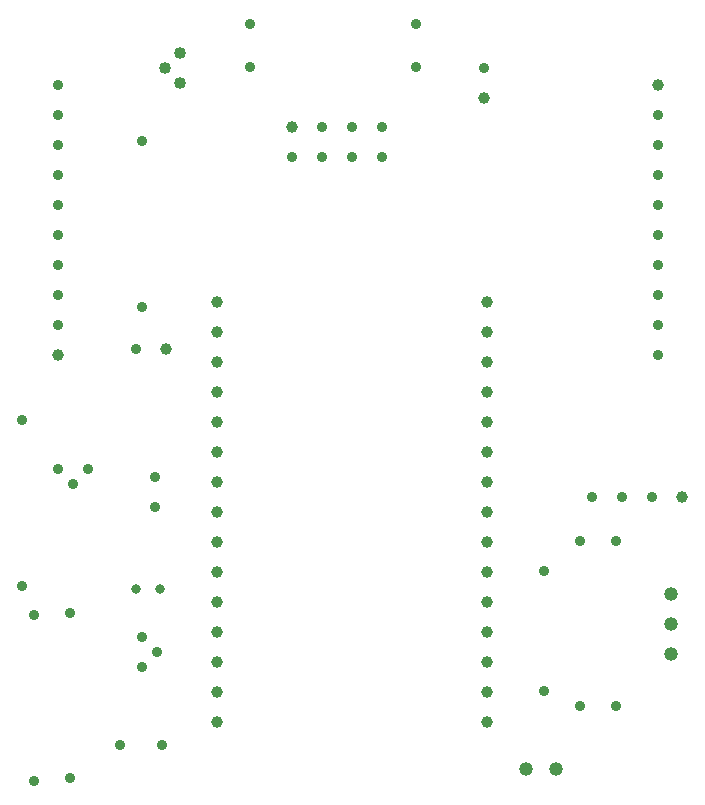
<source format=gbr>
G04 Generated by Ultiboard 14.0 *
%FSLAX34Y34*%
%MOMM*%

%ADD11C,1.0000*%
%ADD12C,0.8890*%
%ADD13C,0.9949*%
%ADD14C,1.0160*%
%ADD15C,0.9000*%
%ADD16C,0.8000*%
%ADD17C,1.1854*%
%ADD18C,1.1810*%


G04 ColorRGB 000000 for the following layer *
%LNDrill-Copper Top-Copper Bottom*%
%LPD*%
G54D11*
X185420Y430784D03*
X185420Y405384D03*
X185420Y379984D03*
X185420Y354584D03*
X185420Y329184D03*
X185420Y303784D03*
X185420Y278384D03*
X185420Y252984D03*
X185420Y227584D03*
X185420Y202184D03*
X185420Y176784D03*
X185420Y151384D03*
X185420Y125984D03*
X185420Y100584D03*
X185420Y75184D03*
X414020Y430784D03*
X414020Y405384D03*
X414020Y379984D03*
X414020Y354584D03*
X414020Y329184D03*
X414020Y303784D03*
X414020Y278384D03*
X414020Y252984D03*
X414020Y227584D03*
X414020Y202184D03*
X414020Y176784D03*
X414020Y151384D03*
X414020Y125984D03*
X414020Y100584D03*
X414020Y75184D03*
G54D12*
X50800Y462280D03*
X50800Y436880D03*
X50800Y411480D03*
X50800Y513080D03*
X50800Y487680D03*
X50800Y538480D03*
X50800Y589280D03*
X50800Y563880D03*
X50800Y614680D03*
X558800Y538480D03*
X558800Y563880D03*
X558800Y589280D03*
X558800Y487680D03*
X558800Y513080D03*
X558800Y462280D03*
X558800Y411480D03*
X558800Y436880D03*
X558800Y386080D03*
X299720Y579120D03*
X299720Y553720D03*
X274320Y579120D03*
X274320Y553720D03*
X248920Y553720D03*
X325120Y579120D03*
X325120Y553720D03*
X411480Y628904D03*
X76200Y289560D03*
X50800Y289560D03*
X63500Y276860D03*
X121920Y147320D03*
X121920Y121920D03*
X134620Y134620D03*
X528320Y265684D03*
X553720Y265684D03*
X502920Y265684D03*
X133202Y257281D03*
X133202Y282681D03*
X116840Y391160D03*
G54D13*
X50800Y386080D03*
X558800Y614680D03*
X248920Y579120D03*
X411480Y603504D03*
X579120Y265684D03*
X142240Y391160D03*
G54D14*
X153670Y615950D03*
X153670Y641350D03*
X140970Y628650D03*
G54D15*
X121920Y566720D03*
X121920Y426720D03*
X20320Y330574D03*
X20320Y190574D03*
X30748Y165682D03*
X30748Y25682D03*
X60960Y27640D03*
X60960Y167640D03*
X353453Y665926D03*
X213453Y665926D03*
X353453Y629426D03*
X213453Y629426D03*
X523540Y228600D03*
X523540Y88600D03*
X493060Y228600D03*
X493060Y88600D03*
X103555Y55880D03*
X138555Y55880D03*
X462280Y203200D03*
X462280Y101600D03*
G54D16*
X136840Y187960D03*
X116840Y187960D03*
G54D17*
X569595Y158115D03*
X569595Y132715D03*
X569595Y183515D03*
G54D18*
X472440Y35560D03*
X447040Y35560D03*

M02*

</source>
